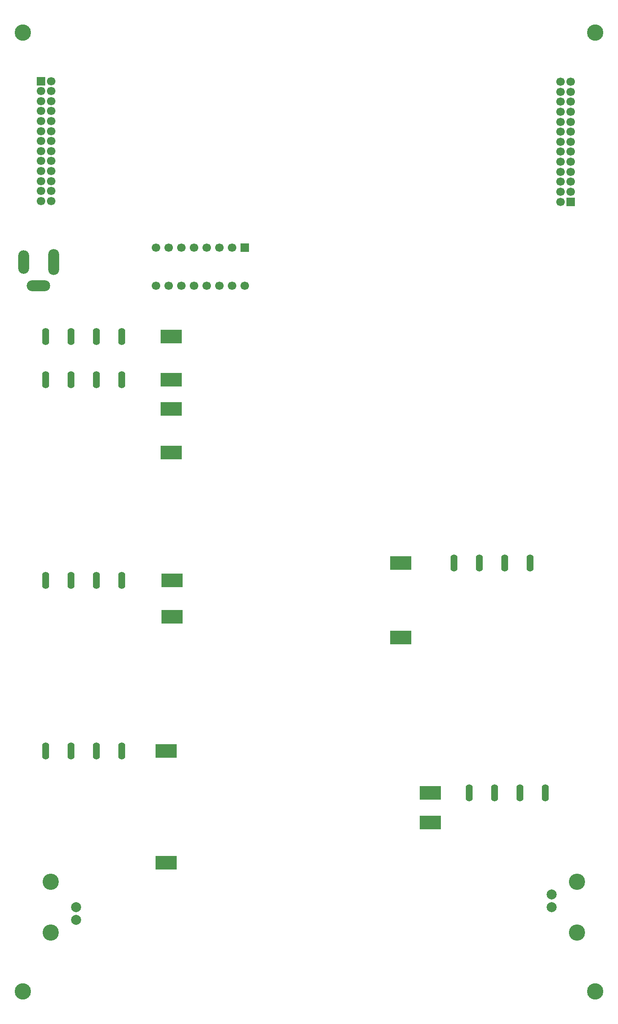
<source format=gbr>
G04 DipTrace 3.3.1.3*
G04 BottomMask.gbr*
%MOIN*%
G04 #@! TF.FileFunction,Soldermask,Bot*
G04 #@! TF.Part,Single*
%ADD30C,0.1285*%
%ADD38R,0.167874X0.107244*%
%ADD40O,0.055866X0.134606*%
%ADD42C,0.07874*%
%ADD44C,0.127953*%
%ADD46O,0.185039X0.086614*%
%ADD48O,0.086614X0.204724*%
%ADD50O,0.086614X0.185039*%
%ADD52C,0.066929*%
%ADD54R,0.066929X0.066929*%
%FSLAX26Y26*%
G04*
G70*
G90*
G75*
G01*
G04 BotMask*
%LPD*%
D54*
X718701Y7749951D3*
D52*
Y7671211D3*
Y7592471D3*
Y7513731D3*
Y7434991D3*
Y7356251D3*
Y7277510D3*
Y7198770D3*
Y7120030D3*
Y7041290D3*
Y6962550D3*
Y6883810D3*
Y6805070D3*
X797441D3*
Y6883810D3*
Y6962550D3*
Y7041290D3*
Y7120030D3*
Y7198770D3*
Y7277510D3*
Y7356251D3*
Y7434991D3*
Y7513731D3*
Y7592471D3*
Y7671211D3*
Y7749951D3*
D54*
X4893701Y6799950D3*
D52*
Y6878690D3*
Y6957430D3*
Y7036171D3*
Y7114911D3*
Y7193651D3*
Y7272391D3*
Y7351131D3*
Y7429871D3*
Y7508612D3*
Y7587352D3*
Y7666092D3*
Y7744832D3*
X4814961D3*
Y7666092D3*
Y7587352D3*
Y7508612D3*
Y7429871D3*
Y7351131D3*
Y7272391D3*
Y7193651D3*
Y7114911D3*
Y7036171D3*
Y6957430D3*
Y6878690D3*
Y6799950D3*
D50*
X581201Y6324950D3*
D48*
X817421D3*
D46*
X699311Y6139911D3*
D44*
X793701Y1043701D3*
X793605Y1443701D3*
D42*
X993717Y1243701D3*
X993606Y1143701D3*
D40*
X1356201Y5737451D3*
X1156201D3*
X956201D3*
X756201D3*
X3974950Y3956201D3*
X4174950D3*
X4374950D3*
X4574950D3*
X4093702Y2143701D3*
X4293702D3*
X4493702D3*
X4693702D3*
X756202Y2474950D3*
X956202D3*
X1156202D3*
X1356202D3*
X756202Y3818701D3*
X956202D3*
X1156202D3*
X1356202D3*
X756202Y5399951D3*
X956202D3*
X1156202D3*
X1356202D3*
D54*
X2324951Y6437451D3*
D52*
X2224951D3*
X2124951D3*
X2024951D3*
X1924951D3*
X1824951D3*
X1724951D3*
X1624951D3*
Y6137451D3*
X1724951D3*
X1824951D3*
X1924951D3*
X2024951D3*
X2124951D3*
X2224951D3*
X2324951D3*
D38*
X1743712Y5737461D3*
X1743713Y5399941D3*
Y5168720D3*
Y4824941D3*
X3556201Y3956210D3*
Y3368701D3*
X1749951Y3818701D3*
Y3531201D3*
X3787457Y2143701D3*
Y1912450D3*
X1706197Y2474950D3*
X1706207Y1593701D3*
D44*
X4943701Y1443701D3*
X4943797Y1043701D3*
D42*
X4743685Y1243701D3*
X4743795Y1343701D3*
D30*
X574950Y8131201D3*
X5087451D3*
X574950Y581201D3*
X5087451D3*
M02*

</source>
